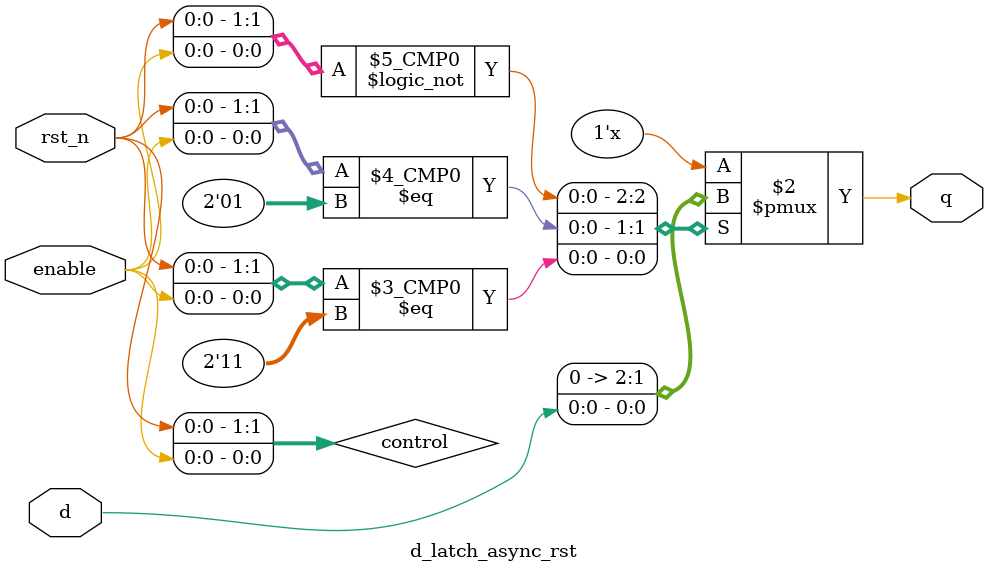
<source format=sv>
module d_latch_async_rst (
    input wire d,
    input wire enable,
    input wire rst_n,    // Active low reset
    output reg q
);
    reg [1:0] control;
    
    always @* begin
        control = {rst_n, enable};
        
        case (control)
            2'b00: q = 1'b0;    // Reset active (rst_n = 0), enable = 0
            2'b01: q = 1'b0;    // Reset active (rst_n = 0), enable = 1
            2'b10: q = q;       // Reset inactive, enable = 0 (hold value)
            2'b11: q = d;       // Reset inactive, enable = 1 (pass d)
        endcase
    end
endmodule
</source>
